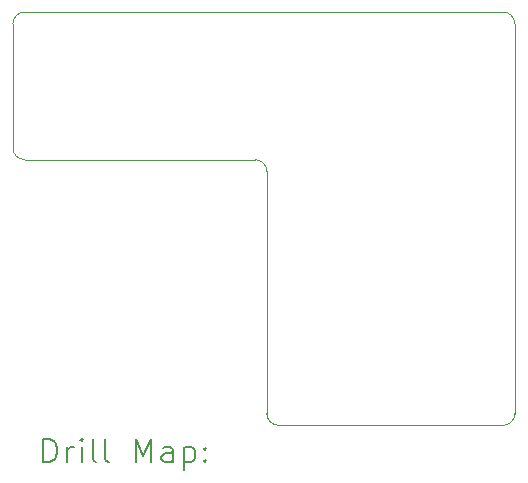
<source format=gbr>
%TF.GenerationSoftware,KiCad,Pcbnew,9.0.2*%
%TF.CreationDate,2025-08-29T11:08:50+00:00*%
%TF.ProjectId,AERIS-Nano Breakout Board,41455249-532d-44e6-916e-6f2042726561,rev?*%
%TF.SameCoordinates,Original*%
%TF.FileFunction,Drillmap*%
%TF.FilePolarity,Positive*%
%FSLAX45Y45*%
G04 Gerber Fmt 4.5, Leading zero omitted, Abs format (unit mm)*
G04 Created by KiCad (PCBNEW 9.0.2) date 2025-08-29 11:08:50*
%MOMM*%
%LPD*%
G01*
G04 APERTURE LIST*
%ADD10C,0.050000*%
%ADD11C,0.200000*%
G04 APERTURE END LIST*
D10*
X14700000Y-9150000D02*
G75*
G02*
X14800000Y-9050000I100000J0D01*
G01*
X18950000Y-12450000D02*
X18950000Y-9150000D01*
X16950000Y-12550000D02*
G75*
G02*
X16850000Y-12450000I0J100000D01*
G01*
X16750000Y-10300000D02*
X14800000Y-10300000D01*
X16950000Y-12550000D02*
X18850000Y-12550000D01*
X16750000Y-10300000D02*
G75*
G02*
X16850000Y-10400000I0J-100000D01*
G01*
X16850000Y-12450000D02*
X16850000Y-10400000D01*
X14800000Y-10300000D02*
G75*
G02*
X14700000Y-10200000I0J100000D01*
G01*
X18850000Y-9050000D02*
X14800000Y-9050000D01*
X18950000Y-12450000D02*
G75*
G02*
X18850000Y-12550000I-100000J0D01*
G01*
X14700000Y-9150000D02*
X14700000Y-10200000D01*
X18850000Y-9050000D02*
G75*
G02*
X18950000Y-9150000I0J-100000D01*
G01*
D11*
X14958277Y-12863984D02*
X14958277Y-12663984D01*
X14958277Y-12663984D02*
X15005896Y-12663984D01*
X15005896Y-12663984D02*
X15034467Y-12673508D01*
X15034467Y-12673508D02*
X15053515Y-12692555D01*
X15053515Y-12692555D02*
X15063039Y-12711603D01*
X15063039Y-12711603D02*
X15072562Y-12749698D01*
X15072562Y-12749698D02*
X15072562Y-12778269D01*
X15072562Y-12778269D02*
X15063039Y-12816365D01*
X15063039Y-12816365D02*
X15053515Y-12835412D01*
X15053515Y-12835412D02*
X15034467Y-12854460D01*
X15034467Y-12854460D02*
X15005896Y-12863984D01*
X15005896Y-12863984D02*
X14958277Y-12863984D01*
X15158277Y-12863984D02*
X15158277Y-12730650D01*
X15158277Y-12768746D02*
X15167801Y-12749698D01*
X15167801Y-12749698D02*
X15177324Y-12740174D01*
X15177324Y-12740174D02*
X15196372Y-12730650D01*
X15196372Y-12730650D02*
X15215420Y-12730650D01*
X15282086Y-12863984D02*
X15282086Y-12730650D01*
X15282086Y-12663984D02*
X15272562Y-12673508D01*
X15272562Y-12673508D02*
X15282086Y-12683031D01*
X15282086Y-12683031D02*
X15291610Y-12673508D01*
X15291610Y-12673508D02*
X15282086Y-12663984D01*
X15282086Y-12663984D02*
X15282086Y-12683031D01*
X15405896Y-12863984D02*
X15386848Y-12854460D01*
X15386848Y-12854460D02*
X15377324Y-12835412D01*
X15377324Y-12835412D02*
X15377324Y-12663984D01*
X15510658Y-12863984D02*
X15491610Y-12854460D01*
X15491610Y-12854460D02*
X15482086Y-12835412D01*
X15482086Y-12835412D02*
X15482086Y-12663984D01*
X15739229Y-12863984D02*
X15739229Y-12663984D01*
X15739229Y-12663984D02*
X15805896Y-12806841D01*
X15805896Y-12806841D02*
X15872562Y-12663984D01*
X15872562Y-12663984D02*
X15872562Y-12863984D01*
X16053515Y-12863984D02*
X16053515Y-12759222D01*
X16053515Y-12759222D02*
X16043991Y-12740174D01*
X16043991Y-12740174D02*
X16024943Y-12730650D01*
X16024943Y-12730650D02*
X15986848Y-12730650D01*
X15986848Y-12730650D02*
X15967801Y-12740174D01*
X16053515Y-12854460D02*
X16034467Y-12863984D01*
X16034467Y-12863984D02*
X15986848Y-12863984D01*
X15986848Y-12863984D02*
X15967801Y-12854460D01*
X15967801Y-12854460D02*
X15958277Y-12835412D01*
X15958277Y-12835412D02*
X15958277Y-12816365D01*
X15958277Y-12816365D02*
X15967801Y-12797317D01*
X15967801Y-12797317D02*
X15986848Y-12787793D01*
X15986848Y-12787793D02*
X16034467Y-12787793D01*
X16034467Y-12787793D02*
X16053515Y-12778269D01*
X16148753Y-12730650D02*
X16148753Y-12930650D01*
X16148753Y-12740174D02*
X16167801Y-12730650D01*
X16167801Y-12730650D02*
X16205896Y-12730650D01*
X16205896Y-12730650D02*
X16224943Y-12740174D01*
X16224943Y-12740174D02*
X16234467Y-12749698D01*
X16234467Y-12749698D02*
X16243991Y-12768746D01*
X16243991Y-12768746D02*
X16243991Y-12825888D01*
X16243991Y-12825888D02*
X16234467Y-12844936D01*
X16234467Y-12844936D02*
X16224943Y-12854460D01*
X16224943Y-12854460D02*
X16205896Y-12863984D01*
X16205896Y-12863984D02*
X16167801Y-12863984D01*
X16167801Y-12863984D02*
X16148753Y-12854460D01*
X16329705Y-12844936D02*
X16339229Y-12854460D01*
X16339229Y-12854460D02*
X16329705Y-12863984D01*
X16329705Y-12863984D02*
X16320182Y-12854460D01*
X16320182Y-12854460D02*
X16329705Y-12844936D01*
X16329705Y-12844936D02*
X16329705Y-12863984D01*
X16329705Y-12740174D02*
X16339229Y-12749698D01*
X16339229Y-12749698D02*
X16329705Y-12759222D01*
X16329705Y-12759222D02*
X16320182Y-12749698D01*
X16320182Y-12749698D02*
X16329705Y-12740174D01*
X16329705Y-12740174D02*
X16329705Y-12759222D01*
M02*

</source>
